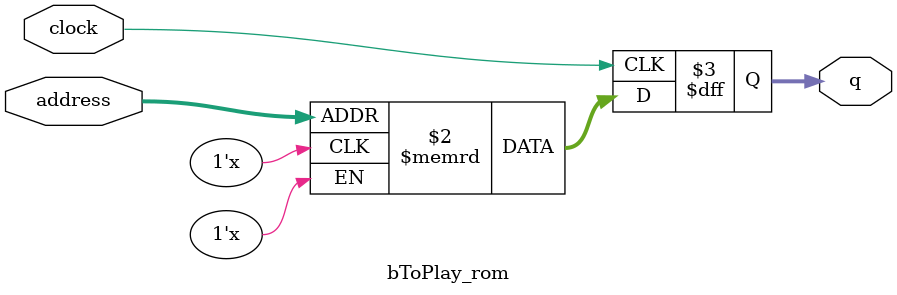
<source format=sv>
module bToPlay_rom (
	input logic clock,
	input logic [11:0] address,
	output logic [1:0] q
);

logic [1:0] memory [0:3599] /* synthesis ram_init_file = "./bToPlay/bToPlay.COE" */;

always_ff @ (posedge clock) begin
	q <= memory[address];
end

endmodule

</source>
